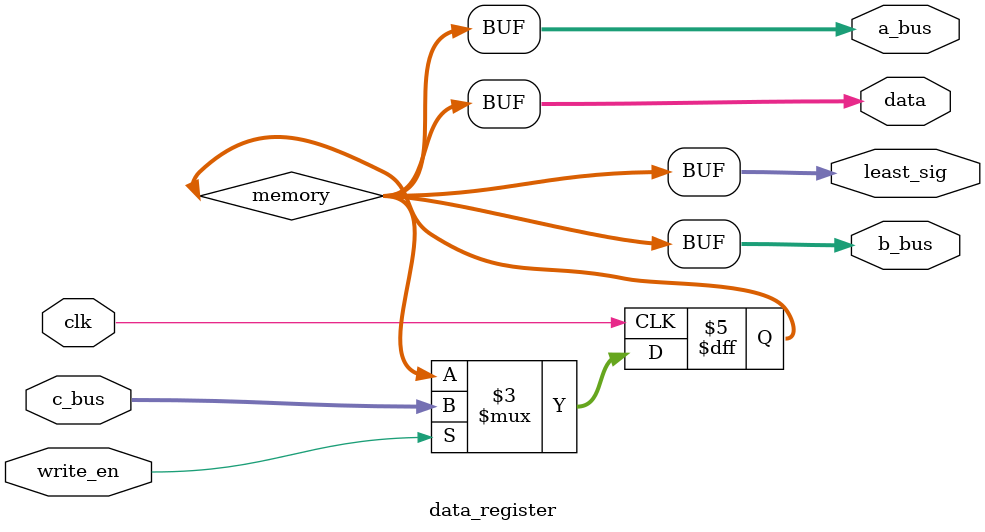
<source format=v>
module data_register(write_en,data,a_bus,b_bus,c_bus,least_sig,clk);
	input write_en,clk;
	output [15:0] data;
	reg [15:0] memory;
	output [15:0] a_bus, b_bus,least_sig;
	input [15:0] c_bus;
	
	always@(posedge clk)
		begin 
			if(write_en) memory = c_bus;
		end
	
	assign a_bus=memory;
	assign b_bus=memory;
	assign data =memory;
	assign least_sig = memory; 
			
endmodule 

</source>
